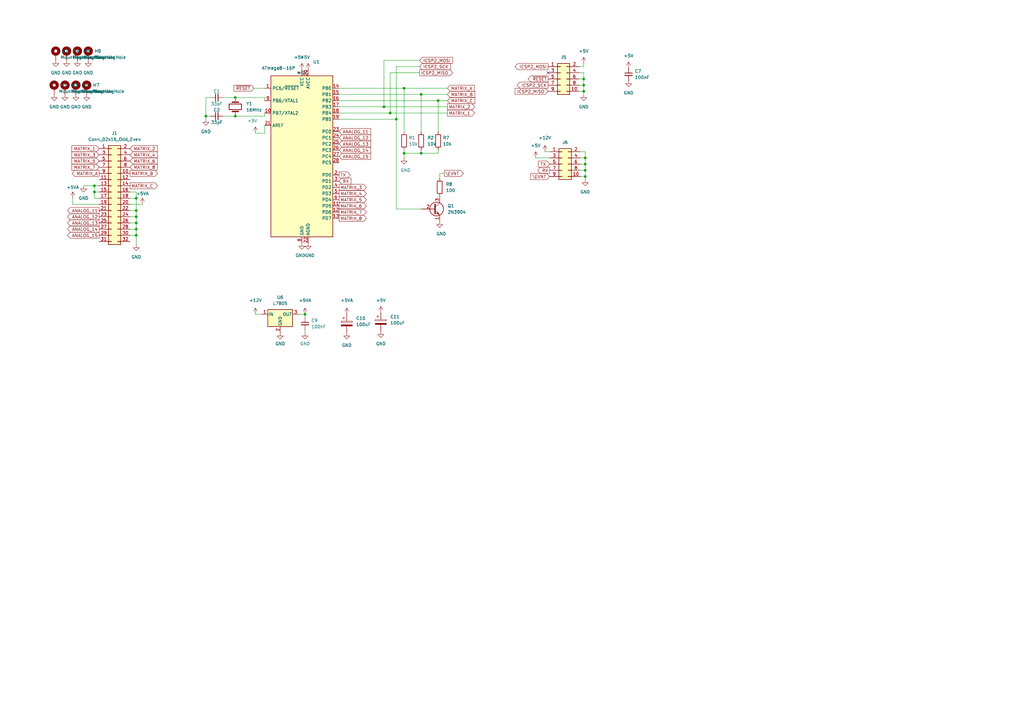
<source format=kicad_sch>
(kicad_sch (version 20230121) (generator eeschema)
  (paper "A3")
  (lib_symbols
    (symbol "Connector_Generic:Conn_02x05_Odd_Even" (pin_names (offset 1.016) hide)
      (property "Reference" "J" (at 1.27 7.62 0))
      (property "Value" "Conn_02x05_Odd_Even" (at 1.27 -7.62 0))
      (symbol "Conn_02x05_Odd_Even_1_1"
        (rectangle (start -1.27 -4.953) (end 0 -5.207) (stroke (width 0.1524)))
        (rectangle (start -1.27 -2.413) (end 0 -2.667) (stroke (width 0.1524)))
        (rectangle (start -1.27 0.127) (end 0 -0.127) (stroke (width 0.1524)))
        (rectangle (start -1.27 2.667) (end 0 2.413) (stroke (width 0.1524)))
        (rectangle (start -1.27 5.207) (end 0 4.953) (stroke (width 0.1524)))
        (rectangle (start -1.27 6.35) (end 3.81 -6.35) (stroke (width 0.254)) (fill (type background)))
        (rectangle (start 3.81 -4.953) (end 2.54 -5.207) (stroke (width 0.1524)))
        (rectangle (start 3.81 -2.413) (end 2.54 -2.667) (stroke (width 0.1524)))
        (rectangle (start 3.81 0.127) (end 2.54 -0.127) (stroke (width 0.1524)))
        (rectangle (start 3.81 2.667) (end 2.54 2.413) (stroke (width 0.1524)))
        (rectangle (start 3.81 5.207) (end 2.54 4.953) (stroke (width 0.1524)))
        (pin passive line (at -5.08 5.08 0) (length 3.81) (name "Pin_1") (number "1"))
        (pin passive line (at 7.62 -5.08 180) (length 3.81) (name "Pin_10") (number "10"))
        (pin passive line (at 7.62 5.08 180) (length 3.81) (name "Pin_2") (number "2"))
        (pin passive line (at -5.08 2.54 0) (length 3.81) (name "Pin_3") (number "3"))
        (pin passive line (at 7.62 2.54 180) (length 3.81) (name "Pin_4") (number "4"))
        (pin passive line (at -5.08 0 0) (length 3.81) (name "Pin_5") (number "5"))
        (pin passive line (at 7.62 0 180) (length 3.81) (name "Pin_6") (number "6"))
        (pin passive line (at -5.08 -2.54 0) (length 3.81) (name "Pin_7") (number "7"))
        (pin passive line (at 7.62 -2.54 180) (length 3.81) (name "Pin_8") (number "8"))
        (pin passive line (at -5.08 -5.08 0) (length 3.81) (name "Pin_9") (number "9"))
      )
    )
    (symbol "Connector_Generic:Conn_02x16_Odd_Even" (pin_names (offset 1.016) hide)
      (property "Reference" "J" (at 1.27 20.32 0))
      (property "Value" "Conn_02x16_Odd_Even" (at 1.27 -22.86 0))
      (symbol "Conn_02x16_Odd_Even_1_1"
        (rectangle (start -1.27 -20.193) (end 0 -20.447) (stroke (width 0.1524)))
        (rectangle (start -1.27 -17.653) (end 0 -17.907) (stroke (width 0.1524)))
        (rectangle (start -1.27 -15.113) (end 0 -15.367) (stroke (width 0.1524)))
        (rectangle (start -1.27 -12.573) (end 0 -12.827) (stroke (width 0.1524)))
        (rectangle (start -1.27 -10.033) (end 0 -10.287) (stroke (width 0.1524)))
        (rectangle (start -1.27 -7.493) (end 0 -7.747) (stroke (width 0.1524)))
        (rectangle (start -1.27 -4.953) (end 0 -5.207) (stroke (width 0.1524)))
        (rectangle (start -1.27 -2.413) (end 0 -2.667) (stroke (width 0.1524)))
        (rectangle (start -1.27 0.127) (end 0 -0.127) (stroke (width 0.1524)))
        (rectangle (start -1.27 2.667) (end 0 2.413) (stroke (width 0.1524)))
        (rectangle (start -1.27 5.207) (end 0 4.953) (stroke (width 0.1524)))
        (rectangle (start -1.27 7.747) (end 0 7.493) (stroke (width 0.1524)))
        (rectangle (start -1.27 10.287) (end 0 10.033) (stroke (width 0.1524)))
        (rectangle (start -1.27 12.827) (end 0 12.573) (stroke (width 0.1524)))
        (rectangle (start -1.27 15.367) (end 0 15.113) (stroke (width 0.1524)))
        (rectangle (start -1.27 17.907) (end 0 17.653) (stroke (width 0.1524)))
        (rectangle (start -1.27 19.05) (end 3.81 -21.59) (stroke (width 0.254)) (fill (type background)))
        (rectangle (start 3.81 -20.193) (end 2.54 -20.447) (stroke (width 0.1524)))
        (rectangle (start 3.81 -17.653) (end 2.54 -17.907) (stroke (width 0.1524)))
        (rectangle (start 3.81 -15.113) (end 2.54 -15.367) (stroke (width 0.1524)))
        (rectangle (start 3.81 -12.573) (end 2.54 -12.827) (stroke (width 0.1524)))
        (rectangle (start 3.81 -10.033) (end 2.54 -10.287) (stroke (width 0.1524)))
        (rectangle (start 3.81 -7.493) (end 2.54 -7.747) (stroke (width 0.1524)))
        (rectangle (start 3.81 -4.953) (end 2.54 -5.207) (stroke (width 0.1524)))
        (rectangle (start 3.81 -2.413) (end 2.54 -2.667) (stroke (width 0.1524)))
        (rectangle (start 3.81 0.127) (end 2.54 -0.127) (stroke (width 0.1524)))
        (rectangle (start 3.81 2.667) (end 2.54 2.413) (stroke (width 0.1524)))
        (rectangle (start 3.81 5.207) (end 2.54 4.953) (stroke (width 0.1524)))
        (rectangle (start 3.81 7.747) (end 2.54 7.493) (stroke (width 0.1524)))
        (rectangle (start 3.81 10.287) (end 2.54 10.033) (stroke (width 0.1524)))
        (rectangle (start 3.81 12.827) (end 2.54 12.573) (stroke (width 0.1524)))
        (rectangle (start 3.81 15.367) (end 2.54 15.113) (stroke (width 0.1524)))
        (rectangle (start 3.81 17.907) (end 2.54 17.653) (stroke (width 0.1524)))
        (pin passive line (at -5.08 17.78 0) (length 3.81) (name "Pin_1") (number "1"))
        (pin passive line (at 7.62 7.62 180) (length 3.81) (name "Pin_10") (number "10"))
        (pin passive line (at -5.08 5.08 0) (length 3.81) (name "Pin_11") (number "11"))
        (pin passive line (at 7.62 5.08 180) (length 3.81) (name "Pin_12") (number "12"))
        (pin passive line (at -5.08 2.54 0) (length 3.81) (name "Pin_13") (number "13"))
        (pin passive line (at 7.62 2.54 180) (length 3.81) (name "Pin_14") (number "14"))
        (pin passive line (at -5.08 0 0) (length 3.81) (name "Pin_15") (number "15"))
        (pin passive line (at 7.62 0 180) (length 3.81) (name "Pin_16") (number "16"))
        (pin passive line (at -5.08 -2.54 0) (length 3.81) (name "Pin_17") (number "17"))
        (pin passive line (at 7.62 -2.54 180) (length 3.81) (name "Pin_18") (number "18"))
        (pin passive line (at -5.08 -5.08 0) (length 3.81) (name "Pin_19") (number "19"))
        (pin passive line (at 7.62 17.78 180) (length 3.81) (name "Pin_2") (number "2"))
        (pin passive line (at 7.62 -5.08 180) (length 3.81) (name "Pin_20") (number "20"))
        (pin passive line (at -5.08 -7.62 0) (length 3.81) (name "Pin_21") (number "21"))
        (pin passive line (at 7.62 -7.62 180) (length 3.81) (name "Pin_22") (number "22"))
        (pin passive line (at -5.08 -10.16 0) (length 3.81) (name "Pin_23") (number "23"))
        (pin passive line (at 7.62 -10.16 180) (length 3.81) (name "Pin_24") (number "24"))
        (pin passive line (at -5.08 -12.7 0) (length 3.81) (name "Pin_25") (number "25"))
        (pin passive line (at 7.62 -12.7 180) (length 3.81) (name "Pin_26") (number "26"))
        (pin passive line (at -5.08 -15.24 0) (length 3.81) (name "Pin_27") (number "27"))
        (pin passive line (at 7.62 -15.24 180) (length 3.81) (name "Pin_28") (number "28"))
        (pin passive line (at -5.08 -17.78 0) (length 3.81) (name "Pin_29") (number "29"))
        (pin passive line (at -5.08 15.24 0) (length 3.81) (name "Pin_3") (number "3"))
        (pin passive line (at 7.62 -17.78 180) (length 3.81) (name "Pin_30") (number "30"))
        (pin passive line (at -5.08 -20.32 0) (length 3.81) (name "Pin_31") (number "31"))
        (pin passive line (at 7.62 -20.32 180) (length 3.81) (name "Pin_32") (number "32"))
        (pin passive line (at 7.62 15.24 180) (length 3.81) (name "Pin_4") (number "4"))
        (pin passive line (at -5.08 12.7 0) (length 3.81) (name "Pin_5") (number "5"))
        (pin passive line (at 7.62 12.7 180) (length 3.81) (name "Pin_6") (number "6"))
        (pin passive line (at -5.08 10.16 0) (length 3.81) (name "Pin_7") (number "7"))
        (pin passive line (at 7.62 10.16 180) (length 3.81) (name "Pin_8") (number "8"))
        (pin passive line (at -5.08 7.62 0) (length 3.81) (name "Pin_9") (number "9"))
      )
    )
    (symbol "Device:C_Polarized" (pin_numbers hide) (pin_names (offset 0.254))
      (property "Reference" "C" (at 0.635 2.54 0))
      (property "Value" "C_Polarized" (at 0.635 -2.54 0))
      (symbol "C_Polarized_0_1"
        (rectangle (start -2.286 0.508) (end 2.286 1.016))
        (polyline (pts (xy -1.778 2.286) (xy -0.762 2.286)))
        (polyline (pts (xy -1.27 2.794) (xy -1.27 1.778)))
        (rectangle (start 2.286 -0.508) (end -2.286 -1.016) (fill (type outline)))
      )
      (symbol "C_Polarized_1_1"
        (pin passive line (at 0 3.81 270) (length 2.794) (name "~") (number "1"))
        (pin passive line (at 0 -3.81 90) (length 2.794) (name "~") (number "2"))
      )
    )
    (symbol "Device:C_Small" (pin_numbers hide) (pin_names (offset 0.254) hide)
      (property "Reference" "C" (at 0.254 1.778 0))
      (property "Value" "C_Small" (at 0.254 -2.032 0))
      (symbol "C_Small_0_1"
        (polyline (pts (xy -1.524 -0.508) (xy 1.524 -0.508)) (stroke (width 0.3302)))
        (polyline (pts (xy -1.524 0.508) (xy 1.524 0.508)) (stroke (width 0.3048)))
      )
      (symbol "C_Small_1_1"
        (pin passive line (at 0 2.54 270) (length 2.032) (name "~") (number "1"))
        (pin passive line (at 0 -2.54 90) (length 2.032) (name "~") (number "2"))
      )
    )
    (symbol "Device:Crystal" (pin_numbers hide) (pin_names (offset 1.016) hide)
      (property "Reference" "Y" (at 0 3.81 0))
      (property "Value" "Crystal" (at 0 -3.81 0))
      (symbol "Crystal_0_1"
        (rectangle (start -1.143 2.54) (end 1.143 -2.54) (stroke (width 0.3048)))
        (polyline (pts (xy -2.54 0) (xy -1.905 0)))
        (polyline (pts (xy -1.905 -1.27) (xy -1.905 1.27)) (stroke (width 0.508)))
        (polyline (pts (xy 1.905 -1.27) (xy 1.905 1.27)) (stroke (width 0.508)))
        (polyline (pts (xy 2.54 0) (xy 1.905 0)))
      )
      (symbol "Crystal_1_1"
        (pin passive line (at -3.81 0 0) (length 1.27) (name "1") (number "1"))
        (pin passive line (at 3.81 0 180) (length 1.27) (name "2") (number "2"))
      )
    )
    (symbol "Device:R" (pin_numbers hide) (pin_names (offset 0))
      (property "Reference" "R" (at 2.032 0 90))
      (property "Value" "R" (at 0 0 90))
      (symbol "R_0_1"
        (rectangle (start -1.016 -2.54) (end 1.016 2.54) (stroke (width 0.254)))
      )
      (symbol "R_1_1"
        (pin passive line (at 0 3.81 270) (length 1.27) (name "~") (number "1"))
        (pin passive line (at 0 -3.81 90) (length 1.27) (name "~") (number "2"))
      )
    )
    (symbol "MCU_Microchip_ATmega:ATmega8-16P"
      (property "Reference" "U" (at -12.7 34.29 0))
      (property "Value" "ATmega8-16P" (at 5.08 -34.29 0))
      (symbol "ATmega8-16P_0_1"
        (rectangle (start -12.7 -33.02) (end 12.7 33.02) (stroke (width 0.254)) (fill (type background)))
      )
      (symbol "ATmega8-16P_1_1"
        (pin bidirectional line (at -15.24 27.94 0) (length 2.54) (name "PC6/~{RESET}") (number "1"))
        (pin bidirectional line (at -15.24 17.78 0) (length 2.54) (name "PB7/XTAL2") (number "10"))
        (pin bidirectional line (at 15.24 -20.32 180) (length 2.54) (name "PD5") (number "11"))
        (pin bidirectional line (at 15.24 -22.86 180) (length 2.54) (name "PD6") (number "12"))
        (pin bidirectional line (at 15.24 -25.4 180) (length 2.54) (name "PD7") (number "13"))
        (pin bidirectional line (at 15.24 27.94 180) (length 2.54) (name "PB0") (number "14"))
        (pin bidirectional line (at 15.24 25.4 180) (length 2.54) (name "PB1") (number "15"))
        (pin bidirectional line (at 15.24 22.86 180) (length 2.54) (name "PB2") (number "16"))
        (pin bidirectional line (at 15.24 20.32 180) (length 2.54) (name "PB3") (number "17"))
        (pin bidirectional line (at 15.24 17.78 180) (length 2.54) (name "PB4") (number "18"))
        (pin bidirectional line (at 15.24 15.24 180) (length 2.54) (name "PB5") (number "19"))
        (pin bidirectional line (at 15.24 -7.62 180) (length 2.54) (name "PD0") (number "2"))
        (pin power_in line (at 2.54 35.56 270) (length 2.54) (name "AVCC") (number "20"))
        (pin passive line (at -15.24 12.7 0) (length 2.54) (name "AREF") (number "21"))
        (pin power_in line (at 2.54 -35.56 90) (length 2.54) (name "AGND") (number "22"))
        (pin bidirectional line (at 15.24 10.16 180) (length 2.54) (name "PC0") (number "23"))
        (pin bidirectional line (at 15.24 7.62 180) (length 2.54) (name "PC1") (number "24"))
        (pin bidirectional line (at 15.24 5.08 180) (length 2.54) (name "PC2") (number "25"))
        (pin bidirectional line (at 15.24 2.54 180) (length 2.54) (name "PC3") (number "26"))
        (pin bidirectional line (at 15.24 0 180) (length 2.54) (name "PC4") (number "27"))
        (pin bidirectional line (at 15.24 -2.54 180) (length 2.54) (name "PC5") (number "28"))
        (pin bidirectional line (at 15.24 -10.16 180) (length 2.54) (name "PD1") (number "3"))
        (pin bidirectional line (at 15.24 -12.7 180) (length 2.54) (name "PD2") (number "4"))
        (pin bidirectional line (at 15.24 -15.24 180) (length 2.54) (name "PD3") (number "5"))
        (pin bidirectional line (at 15.24 -17.78 180) (length 2.54) (name "PD4") (number "6"))
        (pin power_in line (at 0 35.56 270) (length 2.54) (name "VCC") (number "7"))
        (pin power_in line (at 0 -35.56 90) (length 2.54) (name "GND") (number "8"))
        (pin bidirectional line (at -15.24 22.86 0) (length 2.54) (name "PB6/XTAL1") (number "9"))
      )
    )
    (symbol "Mechanical:MountingHole_Pad" (pin_numbers hide) (pin_names (offset 1.016) hide)
      (property "Reference" "H" (at 0 6.35 0))
      (property "Value" "MountingHole_Pad" (at 0 4.445 0))
      (symbol "MountingHole_Pad_0_1"
        (circle (center 0 1.27) (radius 1.27) (stroke (width 1.27)))
      )
      (symbol "MountingHole_Pad_1_1"
        (pin input line (at 0 -2.54 90) (length 2.54) (name "1") (number "1"))
      )
    )
    (symbol "Regulator_Linear:L7805" (pin_names (offset 0.254))
      (property "Reference" "U" (at -3.81 3.175 0))
      (property "Value" "L7805" (at 0 3.175 0))
      (symbol "L7805_0_1"
        (rectangle (start -5.08 1.905) (end 5.08 -5.08) (stroke (width 0.254)) (fill (type background)))
      )
      (symbol "L7805_1_1"
        (pin power_in line (at -7.62 0 0) (length 2.54) (name "IN") (number "1"))
        (pin power_in line (at 0 -7.62 90) (length 2.54) (name "GND") (number "2"))
        (pin power_out line (at 7.62 0 180) (length 2.54) (name "OUT") (number "3"))
      )
    )
    (symbol "Transistor_BJT:2N3904" (pin_names (offset 0) hide)
      (property "Reference" "Q" (at 5.08 1.905 0))
      (property "Value" "2N3904" (at 5.08 0 0))
      (symbol "2N3904_0_1"
        (polyline (pts (xy 0.635 0.635) (xy 2.54 2.54)))
        (polyline (pts (xy 0.635 -0.635) (xy 2.54 -2.54) (xy 2.54 -2.54)))
        (polyline (pts (xy 0.635 1.905) (xy 0.635 -1.905) (xy 0.635 -1.905)) (stroke (width 0.508)))
        (polyline (pts (xy 1.27 -1.778) (xy 1.778 -1.27) (xy 2.286 -2.286) (xy 1.27 -1.778) (xy 1.27 -1.778)) (fill (type outline)))
        (circle (center 1.27 0) (radius 2.8194) (stroke (width 0.254)))
      )
      (symbol "2N3904_1_1"
        (pin passive line (at 2.54 -5.08 90) (length 2.54) (name "E") (number "1"))
        (pin passive line (at -5.08 0 0) (length 5.715) (name "B") (number "2"))
        (pin passive line (at 2.54 5.08 270) (length 2.54) (name "C") (number "3"))
      )
    )
    (symbol "power:+12V" (power) (pin_names (offset 0))
      (property "Value" "+12V" (at 0 3.556 0))
      (symbol "+12V_0_1"
        (polyline (pts (xy -0.762 1.27) (xy 0 2.54)))
        (polyline (pts (xy 0 0) (xy 0 2.54)))
        (polyline (pts (xy 0 2.54) (xy 0.762 1.27)))
      )
      (symbol "+12V_1_1"
        (pin power_in line (at 0 0 90) (length 0) hide (name "+12V") (number "1"))
      )
    )
    (symbol "power:+5V" (power) (pin_names (offset 0))
      (property "Value" "+5V" (at 0 3.556 0))
      (symbol "+5V_0_1"
        (polyline (pts (xy -0.762 1.27) (xy 0 2.54)))
        (polyline (pts (xy 0 0) (xy 0 2.54)))
        (polyline (pts (xy 0 2.54) (xy 0.762 1.27)))
      )
      (symbol "+5V_1_1"
        (pin power_in line (at 0 0 90) (length 0) hide (name "+5V") (number "1"))
      )
    )
    (symbol "power:+5VA" (power) (pin_names (offset 0))
      (property "Value" "+5VA" (at 0 3.556 0))
      (symbol "+5VA_0_1"
        (polyline (pts (xy -0.762 1.27) (xy 0 2.54)))
        (polyline (pts (xy 0 0) (xy 0 2.54)))
        (polyline (pts (xy 0 2.54) (xy 0.762 1.27)))
      )
      (symbol "+5VA_1_1"
        (pin power_in line (at 0 0 90) (length 0) hide (name "+5VA") (number "1"))
      )
    )
    (symbol "power:GND" (power) (pin_names (offset 0))
      (property "Value" "GND" (at 0 -3.81 0))
      (symbol "GND_0_1"
        (polyline (pts (xy 0 0) (xy 0 -1.27) (xy 1.27 -1.27) (xy 0 -2.54) (xy -1.27 -1.27) (xy 0 -1.27)))
      )
      (symbol "GND_1_1"
        (pin power_in line (at 0 0 270) (length 0) hide (name "GND") (number "1"))
      )
    )
  )
  (junction (at 84.455 47.625))
  (junction (at 240.03 72.39))
  (junction (at 172.72 38.735))
  (junction (at 165.735 36.195))
  (junction (at 172.72 62.865))
  (junction (at 55.88 88.9))
  (junction (at 240.03 67.31))
  (junction (at 239.395 34.925))
  (junction (at 239.395 32.385))
  (junction (at 96.52 40.005))
  (junction (at 125.095 128.905))
  (junction (at 160.02 46.355))
  (junction (at 55.88 81.28))
  (junction (at 96.52 47.625))
  (junction (at 38.735 78.74))
  (junction (at 157.48 43.815))
  (junction (at 55.88 86.36))
  (junction (at 165.735 62.865))
  (junction (at 239.395 37.465))
  (junction (at 55.88 93.98))
  (junction (at 38.735 76.2))
  (junction (at 179.705 41.275))
  (junction (at 240.03 64.77))
  (junction (at 240.03 69.85))
  (junction (at 55.88 91.44))
  (junction (at 55.88 96.52))
  (junction (at 162.56 48.895))
  (no_connect (at 224.79 29.845))
  (wire (pts (xy 96.52 47.625) (xy 108.585 47.625)))
  (wire (pts (xy 104.775 54.61) (xy 108.585 54.61)))
  (wire (pts (xy 55.88 86.36) (xy 55.88 88.9)))
  (wire (pts (xy 40.64 76.2) (xy 38.735 76.2)))
  (wire (pts (xy 55.88 93.98) (xy 55.88 96.52)))
  (wire (pts (xy 179.705 41.275) (xy 179.705 53.975)))
  (wire (pts (xy 237.49 37.465) (xy 239.395 37.465)))
  (wire (pts (xy 84.455 40.005) (xy 86.36 40.005)))
  (wire (pts (xy 38.735 81.28) (xy 38.735 78.74)))
  (wire (pts (xy 239.395 34.925) (xy 239.395 37.465)))
  (wire (pts (xy 40.64 78.74) (xy 38.735 78.74)))
  (wire (pts (xy 53.34 83.82) (xy 58.42 83.82)))
  (wire (pts (xy 53.34 88.9) (xy 55.88 88.9)))
  (wire (pts (xy 172.72 38.735) (xy 172.72 53.975)))
  (wire (pts (xy 53.34 86.36) (xy 55.88 86.36)))
  (wire (pts (xy 38.735 76.2) (xy 34.29 76.2)))
  (wire (pts (xy 240.03 64.77) (xy 240.03 67.31)))
  (wire (pts (xy 239.395 37.465) (xy 239.395 38.735)))
  (wire (pts (xy 225.425 62.23) (xy 223.52 62.23)))
  (wire (pts (xy 160.02 46.355) (xy 183.515 46.355)))
  (wire (pts (xy 165.735 62.865) (xy 172.72 62.865)))
  (wire (pts (xy 240.03 62.23) (xy 240.03 64.77)))
  (wire (pts (xy 108.585 54.61) (xy 108.585 51.435)))
  (wire (pts (xy 157.48 24.765) (xy 172.085 24.765)))
  (wire (pts (xy 108.585 47.625) (xy 108.585 46.355)))
  (wire (pts (xy 238.125 62.23) (xy 240.03 62.23)))
  (wire (pts (xy 172.72 38.735) (xy 139.065 38.735)))
  (wire (pts (xy 157.48 43.815) (xy 183.515 43.815)))
  (wire (pts (xy 104.775 128.905) (xy 107.315 128.905)))
  (wire (pts (xy 237.49 27.305) (xy 239.395 27.305)))
  (wire (pts (xy 165.735 36.195) (xy 165.735 53.975)))
  (wire (pts (xy 162.56 27.305) (xy 172.085 27.305)))
  (wire (pts (xy 240.03 72.39) (xy 240.03 73.66)))
  (wire (pts (xy 180.34 71.12) (xy 182.245 71.12)))
  (wire (pts (xy 84.455 48.895) (xy 84.455 47.625)))
  (wire (pts (xy 53.34 96.52) (xy 55.88 96.52)))
  (wire (pts (xy 53.34 91.44) (xy 55.88 91.44)))
  (wire (pts (xy 183.515 41.275) (xy 179.705 41.275)))
  (wire (pts (xy 53.34 81.28) (xy 55.88 81.28)))
  (wire (pts (xy 237.49 29.845) (xy 239.395 29.845)))
  (wire (pts (xy 108.585 40.005) (xy 108.585 41.275)))
  (wire (pts (xy 38.735 78.74) (xy 38.735 76.2)))
  (wire (pts (xy 160.02 29.845) (xy 172.085 29.845)))
  (wire (pts (xy 162.56 48.895) (xy 139.065 48.895)))
  (wire (pts (xy 239.395 29.845) (xy 239.395 32.385)))
  (wire (pts (xy 172.72 62.865) (xy 179.705 62.865)))
  (wire (pts (xy 53.34 93.98) (xy 55.88 93.98)))
  (wire (pts (xy 157.48 43.815) (xy 139.065 43.815)))
  (wire (pts (xy 179.705 62.865) (xy 179.705 61.595)))
  (wire (pts (xy 238.125 67.31) (xy 240.03 67.31)))
  (wire (pts (xy 239.395 32.385) (xy 239.395 34.925)))
  (wire (pts (xy 162.56 48.895) (xy 162.56 27.305)))
  (wire (pts (xy 125.095 130.175) (xy 125.095 128.905)))
  (wire (pts (xy 55.88 81.28) (xy 55.88 78.74)))
  (wire (pts (xy 183.515 36.195) (xy 165.735 36.195)))
  (wire (pts (xy 183.515 38.735) (xy 172.72 38.735)))
  (wire (pts (xy 91.44 40.005) (xy 96.52 40.005)))
  (wire (pts (xy 172.72 62.865) (xy 172.72 61.595)))
  (wire (pts (xy 240.03 67.31) (xy 240.03 69.85)))
  (wire (pts (xy 165.735 64.77) (xy 165.735 62.865)))
  (wire (pts (xy 125.095 136.525) (xy 125.095 135.255)))
  (wire (pts (xy 160.02 46.355) (xy 160.02 29.845)))
  (wire (pts (xy 219.71 64.77) (xy 225.425 64.77)))
  (wire (pts (xy 162.56 48.895) (xy 162.56 85.725)))
  (wire (pts (xy 239.395 27.305) (xy 239.395 26.035)))
  (wire (pts (xy 179.705 41.275) (xy 139.065 41.275)))
  (wire (pts (xy 55.88 96.52) (xy 55.88 100.33)))
  (wire (pts (xy 238.125 69.85) (xy 240.03 69.85)))
  (wire (pts (xy 29.845 83.82) (xy 29.845 81.28)))
  (wire (pts (xy 84.455 47.625) (xy 84.455 40.005)))
  (wire (pts (xy 157.48 43.815) (xy 157.48 24.765)))
  (wire (pts (xy 238.125 72.39) (xy 240.03 72.39)))
  (wire (pts (xy 55.88 88.9) (xy 55.88 91.44)))
  (wire (pts (xy 165.735 62.865) (xy 165.735 61.595)))
  (wire (pts (xy 53.34 78.74) (xy 55.88 78.74)))
  (wire (pts (xy 238.125 64.77) (xy 240.03 64.77)))
  (wire (pts (xy 40.64 83.82) (xy 29.845 83.82)))
  (wire (pts (xy 162.56 85.725) (xy 172.72 85.725)))
  (wire (pts (xy 180.34 73.025) (xy 180.34 71.12)))
  (wire (pts (xy 55.88 86.36) (xy 55.88 81.28)))
  (wire (pts (xy 91.44 47.625) (xy 96.52 47.625)))
  (wire (pts (xy 240.03 69.85) (xy 240.03 72.39)))
  (wire (pts (xy 160.02 46.355) (xy 139.065 46.355)))
  (wire (pts (xy 55.88 91.44) (xy 55.88 93.98)))
  (wire (pts (xy 104.14 36.195) (xy 108.585 36.195)))
  (wire (pts (xy 40.64 81.28) (xy 38.735 81.28)))
  (wire (pts (xy 84.455 47.625) (xy 86.36 47.625)))
  (wire (pts (xy 96.52 40.005) (xy 108.585 40.005)))
  (wire (pts (xy 237.49 34.925) (xy 239.395 34.925)))
  (wire (pts (xy 125.095 128.905) (xy 122.555 128.905)))
  (wire (pts (xy 165.735 36.195) (xy 139.065 36.195)))
  (wire (pts (xy 237.49 32.385) (xy 239.395 32.385)))
  (global_label "MATRIX_7" (shape output) (at 139.065 86.995 0) (property "Intersheetrefs" "${INTERSHEET_REFS}" (effects hide)))
  (global_label "MATRIX_8" (shape output) (at 139.065 89.535 0) (property "Intersheetrefs" "${INTERSHEET_REFS}" (effects hide)))
  (global_label "MATRIX_B" (shape output) (at 53.34 71.12 0) (property "Intersheetrefs" "${INTERSHEET_REFS}" (effects hide)))
  (global_label "\\EVNT" (shape output) (at 182.245 71.12 0) (property "Intersheetrefs" "${INTERSHEET_REFS}" (effects hide)))
  (global_label "ICSP2_MISO" (shape output) (at 172.085 29.845 0) (property "Intersheetrefs" "${INTERSHEET_REFS}" (effects hide)))
  (global_label "ANALOG_15" (shape input) (at 139.065 64.135 0) (property "Intersheetrefs" "${INTERSHEET_REFS}" (effects hide)))
  (global_label "ICSP2_MOSI" (shape input) (at 172.085 24.765 0) (property "Intersheetrefs" "${INTERSHEET_REFS}" (effects hide)))
  (global_label "TX" (shape input) (at 225.425 67.31 180) (property "Intersheetrefs" "${INTERSHEET_REFS}" (effects hide)))
  (global_label "ICSP2_MOSI" (shape output) (at 224.79 27.305 180) (property "Intersheetrefs" "${INTERSHEET_REFS}" (effects hide)))
  (global_label "MATRIX_4" (shape input) (at 53.34 63.5 0) (property "Intersheetrefs" "${INTERSHEET_REFS}" (effects hide)))
  (global_label "MATRIX_1" (shape input) (at 40.64 60.96 180) (property "Intersheetrefs" "${INTERSHEET_REFS}" (effects hide)))
  (global_label "ICSP2_SCK" (shape input) (at 172.085 27.305 0) (property "Intersheetrefs" "${INTERSHEET_REFS}" (effects hide)))
  (global_label "MATRIX_A" (shape output) (at 40.64 71.12 180) (property "Intersheetrefs" "${INTERSHEET_REFS}" (effects hide)))
  (global_label "MATRIX_5" (shape output) (at 139.065 81.915 0) (property "Intersheetrefs" "${INTERSHEET_REFS}" (effects hide)))
  (global_label "ANALOG_15" (shape output) (at 40.64 96.52 180) (property "Intersheetrefs" "${INTERSHEET_REFS}" (effects hide)))
  (global_label "~{RESET}" (shape output) (at 224.79 32.385 180) (property "Intersheetrefs" "${INTERSHEET_REFS}" (effects hide)))
  (global_label "ANALOG_13" (shape output) (at 40.64 91.44 180) (property "Intersheetrefs" "${INTERSHEET_REFS}" (effects hide)))
  (global_label "ANALOG_11" (shape input) (at 139.065 53.975 0) (property "Intersheetrefs" "${INTERSHEET_REFS}" (effects hide)))
  (global_label "MATRIX_4" (shape output) (at 139.065 79.375 0) (property "Intersheetrefs" "${INTERSHEET_REFS}" (effects hide)))
  (global_label "ICSP2_MISO" (shape input) (at 224.79 37.465 180) (property "Intersheetrefs" "${INTERSHEET_REFS}" (effects hide)))
  (global_label "RX" (shape input) (at 139.065 74.295 0) (property "Intersheetrefs" "${INTERSHEET_REFS}" (effects hide)))
  (global_label "MATRIX_1" (shape output) (at 183.515 46.355 0) (property "Intersheetrefs" "${INTERSHEET_REFS}" (effects hide)))
  (global_label "MATRIX_8" (shape input) (at 53.34 68.58 0) (property "Intersheetrefs" "${INTERSHEET_REFS}" (effects hide)))
  (global_label "~{RESET}" (shape input) (at 104.14 36.195 180) (property "Intersheetrefs" "${INTERSHEET_REFS}" (effects hide)))
  (global_label "MATRIX_2" (shape input) (at 53.34 60.96 0) (property "Intersheetrefs" "${INTERSHEET_REFS}" (effects hide)))
  (global_label "MATRIX_C" (shape output) (at 53.34 76.2 0) (property "Intersheetrefs" "${INTERSHEET_REFS}" (effects hide)))
  (global_label "\\EVNT" (shape input) (at 225.425 72.39 180) (property "Intersheetrefs" "${INTERSHEET_REFS}" (effects hide)))
  (global_label "MATRIX_2" (shape output) (at 183.515 43.815 0) (property "Intersheetrefs" "${INTERSHEET_REFS}" (effects hide)))
  (global_label "MATRIX_6" (shape input) (at 53.34 66.04 0) (property "Intersheetrefs" "${INTERSHEET_REFS}" (effects hide)))
  (global_label "MATRIX_5" (shape input) (at 40.64 66.04 180) (property "Intersheetrefs" "${INTERSHEET_REFS}" (effects hide)))
  (global_label "MATRIX_C" (shape input) (at 183.515 41.275 0) (property "Intersheetrefs" "${INTERSHEET_REFS}" (effects hide)))
  (global_label "ICSP2_SCK" (shape output) (at 224.79 34.925 180) (property "Intersheetrefs" "${INTERSHEET_REFS}" (effects hide)))
  (global_label "MATRIX_3" (shape input) (at 40.64 63.5 180) (property "Intersheetrefs" "${INTERSHEET_REFS}" (effects hide)))
  (global_label "RX" (shape output) (at 225.425 69.85 180) (property "Intersheetrefs" "${INTERSHEET_REFS}" (effects hide)))
  (global_label "MATRIX_B" (shape input) (at 183.515 38.735 0) (property "Intersheetrefs" "${INTERSHEET_REFS}" (effects hide)))
  (global_label "ANALOG_13" (shape input) (at 139.065 59.055 0) (property "Intersheetrefs" "${INTERSHEET_REFS}" (effects hide)))
  (global_label "MATRIX_6" (shape output) (at 139.065 84.455 0) (property "Intersheetrefs" "${INTERSHEET_REFS}" (effects hide)))
  (global_label "ANALOG_12" (shape output) (at 40.64 88.9 180) (property "Intersheetrefs" "${INTERSHEET_REFS}" (effects hide)))
  (global_label "MATRIX_3" (shape output) (at 139.065 76.835 0) (property "Intersheetrefs" "${INTERSHEET_REFS}" (effects hide)))
  (global_label "ANALOG_11" (shape output) (at 40.64 86.36 180) (property "Intersheetrefs" "${INTERSHEET_REFS}" (effects hide)))
  (global_label "ANALOG_12" (shape input) (at 139.065 56.515 0) (property "Intersheetrefs" "${INTERSHEET_REFS}" (effects hide)))
  (global_label "ANALOG_14" (shape output) (at 40.64 93.98 180) (property "Intersheetrefs" "${INTERSHEET_REFS}" (effects hide)))
  (global_label "MATRIX_7" (shape input) (at 40.64 68.58 180) (property "Intersheetrefs" "${INTERSHEET_REFS}" (effects hide)))
  (global_label "MATRIX_A" (shape input) (at 183.515 36.195 0) (property "Intersheetrefs" "${INTERSHEET_REFS}" (effects hide)))
  (global_label "TX" (shape output) (at 139.065 71.755 0) (property "Intersheetrefs" "${INTERSHEET_REFS}" (effects hide)))
  (global_label "ANALOG_14" (shape input) (at 139.065 61.595 0) (property "Intersheetrefs" "${INTERSHEET_REFS}" (effects hide)))
  (symbol (lib_id "power:+5V") (at 156.21 128.27 0) (mirror y) (unit 1)
    (property "Reference" "#PWR072" (effects hide))
    (property "Value" "+5V" (at 156.21 123.19 0))
  )
  (symbol (lib_id "power:GND") (at 34.29 76.2 0) (mirror y) (unit 1)
    (property "Reference" "#PWR06" (effects hide))
    (property "Value" "GND" (at 34.29 81.28 0))
  )
  (symbol (lib_id "Device:C_Polarized") (at 156.21 132.08 0) (unit 1)
    (property "Reference" "C11" (at 160.02 129.9209 0) (effects (justify left)))
    (property "Value" "100uF" (at 160.02 132.4609 0) (effects (justify left)))
    (property "Footprint" "Capacitor_THT:CP_Radial_D8.0mm_P2.50mm" (effects hide))
  )
  (symbol (lib_id "power:GND") (at 27.305 24.765 0) (mirror y) (unit 1)
    (property "Reference" "#PWR05" (effects hide))
    (property "Value" "GND" (at 27.305 29.845 0))
  )
  (symbol (lib_id "power:+5V") (at 104.775 54.61 0) (mirror y) (unit 1)
    (property "Reference" "#PWR0102" (effects hide))
    (property "Value" "+5V" (at 103.505 49.53 0))
  )
  (symbol (lib_id "power:GND") (at 257.81 33.02 0) (unit 1)
    (property "Reference" "#PWR047" (effects hide))
    (property "Value" "GND" (at 257.81 38.1 0))
  )
  (symbol (lib_id "power:+5VA") (at 125.095 128.905 0) (unit 1)
    (property "Reference" "#PWR063" (effects hide))
    (property "Value" "+5VA" (at 125.095 123.19 0))
  )
  (symbol (lib_id "Device:R") (at 165.735 57.785 0) (mirror y) (unit 1)
    (property "Reference" "R1" (at 167.64 56.515 0) (effects (justify right)))
    (property "Value" "10k" (at 167.64 59.055 0) (effects (justify right)))
    (property "Footprint" "Resistor_THT:R_Axial_DIN0207_L6.3mm_D2.5mm_P7.62mm_Horizontal" (effects hide))
  )
  (symbol (lib_id "Mechanical:MountingHole_Pad") (at 31.75 22.225 0) (unit 1)
    (property "Reference" "H6" (at 34.29 20.955 0) (effects (justify left)))
    (property "Value" "MountingHole" (at 34.29 23.4949 0) (effects (justify left)))
    (property "Footprint" "MountingHole:MountingHole_3.2mm_M3_DIN965_Pad" (effects hide))
  )
  (symbol (lib_id "Device:R") (at 172.72 57.785 0) (mirror y) (unit 1)
    (property "Reference" "R2" (at 175.26 56.515 0) (effects (justify right)))
    (property "Value" "10k" (at 175.26 59.055 0) (effects (justify right)))
    (property "Footprint" "Resistor_THT:R_Axial_DIN0207_L6.3mm_D2.5mm_P7.62mm_Horizontal" (effects hide))
  )
  (symbol (lib_id "Device:C_Small") (at 257.81 30.48 0) (unit 1)
    (property "Reference" "C7" (at 260.35 29.2162 0) (effects (justify left)))
    (property "Value" "100nF" (at 260.35 31.7562 0) (effects (justify left)))
    (property "Footprint" "Capacitor_THT:C_Rect_L7.0mm_W2.0mm_P5.00mm" (effects hide))
  )
  (symbol (lib_id "Mechanical:MountingHole_Pad") (at 26.67 36.195 0) (unit 1)
    (property "Reference" "H3" (at 29.21 34.9249 0) (effects (justify left)))
    (property "Value" "MountingHole" (at 29.21 37.4649 0) (effects (justify left)))
    (property "Footprint" "MountingHole:MountingHole_3.2mm_M3_DIN965_Pad" (effects hide))
  )
  (symbol (lib_id "Connector_Generic:Conn_02x05_Odd_Even") (at 229.87 32.385 0) (unit 1)
    (property "Reference" "J5" (at 231.14 23.495 0))
    (property "Value" "Conn_02x05_Odd_Even" (effects hide))
    (property "Footprint" "Connector_IDC:IDC-Header_2x05_P2.54mm_Vertical" (effects hide))
  )
  (symbol (lib_id "power:+5V") (at 123.825 28.575 0) (mirror y) (unit 1)
    (property "Reference" "#PWR023" (effects hide))
    (property "Value" "+5V" (at 122.555 23.495 0))
  )
  (symbol (lib_id "Mechanical:MountingHole_Pad") (at 22.225 36.195 0) (unit 1)
    (property "Reference" "H1" (at 24.765 34.9249 0) (effects (justify left)))
    (property "Value" "MountingHole" (at 24.13 37.465 0) (effects (justify left)))
    (property "Footprint" "MountingHole:MountingHole_3.2mm_M3_DIN965_Pad" (effects hide))
  )
  (symbol (lib_id "power:+5V") (at 123.825 34.925 0) (mirror y) (unit 1)
    (property "Reference" "#PWR024" (effects hide))
    (property "Value" "+5V" (at 123.825 29.845 0))
  )
  (symbol (lib_id "power:GND") (at 31.75 24.765 0) (mirror y) (unit 1)
    (property "Reference" "#PWR08" (effects hide))
    (property "Value" "GND" (at 31.75 29.845 0))
  )
  (symbol (lib_id "Mechanical:MountingHole_Pad") (at 35.56 36.195 0) (unit 1)
    (property "Reference" "H7" (at 38.1 34.9249 0) (effects (justify left)))
    (property "Value" "MountingHole" (at 38.1 37.4649 0) (effects (justify left)))
    (property "Footprint" "MountingHole:MountingHole_3.2mm_M3_DIN965_Pad" (effects hide))
  )
  (symbol (lib_id "power:GND") (at 31.115 38.735 0) (mirror y) (unit 1)
    (property "Reference" "#PWR07" (effects hide))
    (property "Value" "GND" (at 31.115 43.815 0))
  )
  (symbol (lib_id "power:GND") (at 114.935 136.525 0) (unit 1)
    (property "Reference" "#PWR062" (effects hide))
    (property "Value" "GND" (at 114.935 140.97 0))
  )
  (symbol (lib_id "MCU_Microchip_ATmega:ATmega8-16P") (at 123.825 64.135 0) (unit 1)
    (property "Reference" "U1" (at 128.3844 25.4 0) (effects (justify left)))
    (property "Value" "ATmega8-16P" (at 107.315 27.94 0) (effects (justify left)))
    (property "Footprint" "Package_DIP:DIP-28_W7.62mm_LongPads" (effects hide))
    (property "Datasheet" "http://ww1.microchip.com/downloads/en/DeviceDoc/atmel-2486-8-bit-avr-microcontroller-atmega8_l_datasheet.pdf" (effects hide))
  )
  (symbol (lib_id "Device:Crystal") (at 96.52 43.815 90) (unit 1)
    (property "Reference" "Y1" (at 100.965 42.5449 90) (effects (justify right)))
    (property "Value" "16MHz" (at 100.965 45.0849 90) (effects (justify right)))
    (property "Footprint" "Crystal:Crystal_HC18-U_Vertical" (effects hide))
  )
  (symbol (lib_id "power:GND") (at 22.86 24.765 0) (mirror y) (unit 1)
    (property "Reference" "#PWR02" (effects hide))
    (property "Value" "GND" (at 22.86 29.845 0))
  )
  (symbol (lib_id "Device:C_Small") (at 88.9 47.625 90) (unit 1)
    (property "Reference" "C2" (at 88.9 45.085 90))
    (property "Value" "33pF" (at 88.9 50.165 90))
    (property "Footprint" "Capacitor_THT:C_Rect_L7.0mm_W2.0mm_P5.00mm" (effects hide))
  )
  (symbol (lib_id "power:GND") (at 126.365 99.695 0) (mirror y) (unit 1)
    (property "Reference" "#PWR028" (effects hide))
    (property "Value" "GND" (at 127 104.775 0))
  )
  (symbol (lib_id "power:GND") (at 123.825 99.695 0) (mirror y) (unit 1)
    (property "Reference" "#PWR025" (effects hide))
    (property "Value" "GND" (at 123.19 104.775 0))
  )
  (symbol (lib_id "power:+5V") (at 219.71 64.77 0) (unit 1)
    (property "Reference" "#PWR060" (effects hide))
    (property "Value" "+5V" (at 219.71 59.69 0))
  )
  (symbol (lib_id "power:GND") (at 125.095 136.525 0) (unit 1)
    (property "Reference" "#PWR064" (effects hide))
    (property "Value" "GND" (at 125.095 140.97 0))
  )
  (symbol (lib_id "power:+5V") (at 239.395 26.035 0) (mirror y) (unit 1)
    (property "Reference" "#PWR057" (effects hide))
    (property "Value" "+5V" (at 239.395 20.955 0))
  )
  (symbol (lib_id "Mechanical:MountingHole_Pad") (at 22.86 22.225 0) (unit 1)
    (property "Reference" "H2" (at 25.4 20.9549 0) (effects (justify left)))
    (property "Value" "MountingHole" (at 24.765 23.495 0) (effects (justify left)))
    (property "Footprint" "MountingHole:MountingHole_3.2mm_M3_DIN965_Pad" (effects hide))
  )
  (symbol (lib_id "power:GND") (at 165.735 64.77 0) (mirror y) (unit 1)
    (property "Reference" "#PWR018" (effects hide))
    (property "Value" "GND" (at 166.37 69.85 0))
  )
  (symbol (lib_id "power:+5V") (at 257.81 27.94 0) (unit 1)
    (property "Reference" "#PWR046" (effects hide))
    (property "Value" "+5V" (at 257.81 22.86 0))
  )
  (symbol (lib_id "power:GND") (at 36.195 24.765 0) (mirror y) (unit 1)
    (property "Reference" "#PWR010" (effects hide))
    (property "Value" "GND" (at 36.195 29.845 0))
  )
  (symbol (lib_id "Connector_Generic:Conn_02x16_Odd_Even") (at 45.72 78.74 0) (unit 1)
    (property "Reference" "J1" (at 46.99 54.61 0))
    (property "Value" "Conn_02x16_Odd_Even" (at 46.99 57.15 0))
    (property "Footprint" "Connector_IDC:IDC-Header_2x15_P2.54mm_Latch6.5mm_Vertical" (effects hide))
  )
  (symbol (lib_id "Regulator_Linear:L7805") (at 114.935 128.905 0) (unit 1)
    (property "Reference" "U6" (at 114.935 121.92 0))
    (property "Value" "L7805" (at 114.935 124.46 0))
    (property "Footprint" "Package_TO_SOT_THT:TO-220-3_Horizontal_TabDown" (effects hide))
    (property "Datasheet" "http://www.st.com/content/ccc/resource/technical/document/datasheet/41/4f/b3/b0/12/d4/47/88/CD00000444.pdf/files/CD00000444.pdf/jcr:content/translations/en.CD00000444.pdf" (effects hide))
  )
  (symbol (lib_id "power:+5V") (at 126.365 28.575 0) (mirror y) (unit 1)
    (property "Reference" "#PWR0101" (effects hide))
    (property "Value" "+5V" (at 125.095 23.495 0))
  )
  (symbol (lib_id "Connector_Generic:Conn_02x05_Odd_Even") (at 230.505 67.31 0) (unit 1)
    (property "Reference" "J6" (at 231.775 58.42 0))
    (property "Value" "Conn_02x05_Odd_Even" (effects hide))
    (property "Footprint" "Connector_IDC:IDC-Header_2x05_P2.54mm_Latch_Vertical" (effects hide))
  )
  (symbol (lib_id "power:+5VA") (at 29.845 81.28 0) (unit 1)
    (property "Reference" "#PWR03" (effects hide))
    (property "Value" "+5VA" (at 29.845 76.835 0))
  )
  (symbol (lib_id "power:+12V") (at 104.775 128.905 0) (unit 1)
    (property "Reference" "#PWR059" (effects hide))
    (property "Value" "+12V" (at 104.775 123.19 0))
  )
  (symbol (lib_id "Device:C_Polarized") (at 142.24 132.715 0) (unit 1)
    (property "Reference" "C10" (at 146.05 130.5559 0) (effects (justify left)))
    (property "Value" "100uF" (at 146.05 133.0959 0) (effects (justify left)))
    (property "Footprint" "Capacitor_THT:CP_Radial_D8.0mm_P2.50mm" (effects hide))
  )
  (symbol (lib_id "power:GND") (at 239.395 38.735 0) (mirror y) (unit 1)
    (property "Reference" "#PWR058" (effects hide))
    (property "Value" "GND" (at 239.395 43.815 0))
  )
  (symbol (lib_id "Device:C_Small") (at 88.9 40.005 90) (unit 1)
    (property "Reference" "C1" (at 88.9 37.465 90))
    (property "Value" "33pF" (at 88.9 42.545 90))
    (property "Footprint" "Capacitor_THT:C_Rect_L7.0mm_W2.0mm_P5.00mm" (effects hide))
  )
  (symbol (lib_id "power:GND") (at 55.88 100.33 0) (mirror y) (unit 1)
    (property "Reference" "#PWR011" (effects hide))
    (property "Value" "GND" (at 55.88 105.41 0))
  )
  (symbol (lib_id "Mechanical:MountingHole_Pad") (at 27.305 22.225 0) (unit 1)
    (property "Reference" "H4" (at 29.845 20.9549 0) (effects (justify left)))
    (property "Value" "MountingHole" (at 29.845 23.4949 0) (effects (justify left)))
    (property "Footprint" "MountingHole:MountingHole_3.2mm_M3_DIN965_Pad" (effects hide))
  )
  (symbol (lib_id "Device:R") (at 180.34 76.835 0) (mirror y) (unit 1)
    (property "Reference" "R8" (at 182.88 75.565 0) (effects (justify right)))
    (property "Value" "100" (at 182.88 78.105 0) (effects (justify right)))
    (property "Footprint" "Resistor_THT:R_Axial_DIN0207_L6.3mm_D2.5mm_P7.62mm_Horizontal" (effects hide))
  )
  (symbol (lib_id "power:GND") (at 180.34 90.805 0) (mirror y) (unit 1)
    (property "Reference" "#PWR021" (effects hide))
    (property "Value" "GND" (at 180.975 95.885 0))
  )
  (symbol (lib_id "Transistor_BJT:2N3904") (at 177.8 85.725 0) (unit 1)
    (property "Reference" "Q1" (at 183.515 84.455 0) (effects (justify left)))
    (property "Value" "2N3904" (at 183.515 86.995 0) (effects (justify left)))
    (property "Footprint" "Package_TO_SOT_THT:TO-92_Inline" (effects hide))
    (property "Datasheet" "https://www.onsemi.com/pub/Collateral/2N3903-D.PDF" (effects hide))
  )
  (symbol (lib_id "power:GND") (at 26.67 38.735 0) (mirror y) (unit 1)
    (property "Reference" "#PWR04" (effects hide))
    (property "Value" "GND" (at 26.67 43.815 0))
  )
  (symbol (lib_id "power:GND") (at 22.225 38.735 0) (mirror y) (unit 1)
    (property "Reference" "#PWR01" (effects hide))
    (property "Value" "GND" (at 22.225 43.815 0))
  )
  (symbol (lib_id "Mechanical:MountingHole_Pad") (at 36.195 22.225 0) (unit 1)
    (property "Reference" "H8" (at 38.735 20.9549 0) (effects (justify left)))
    (property "Value" "MountingHole" (at 38.735 23.4949 0) (effects (justify left)))
    (property "Footprint" "MountingHole:MountingHole_3.2mm_M3_DIN965_Pad" (effects hide))
  )
  (symbol (lib_id "power:+5VA") (at 142.24 128.905 0) (unit 1)
    (property "Reference" "#PWR068" (effects hide))
    (property "Value" "+5VA" (at 142.24 123.19 0))
  )
  (symbol (lib_id "power:+12V") (at 223.52 62.23 0) (unit 1)
    (property "Reference" "#PWR061" (effects hide))
    (property "Value" "+12V" (at 223.52 56.515 0))
  )
  (symbol (lib_id "power:GND") (at 240.03 73.66 0) (mirror y) (unit 1)
    (property "Reference" "#PWR065" (effects hide))
    (property "Value" "GND" (at 240.03 78.74 0))
  )
  (symbol (lib_id "power:GND") (at 156.21 135.89 0) (unit 1)
    (property "Reference" "#PWR073" (effects hide))
    (property "Value" "GND" (at 156.21 140.97 0))
  )
  (symbol (lib_id "power:+5VA") (at 58.42 83.82 0) (unit 1)
    (property "Reference" "#PWR012" (effects hide))
    (property "Value" "+5VA" (at 58.42 79.375 0))
  )
  (symbol (lib_id "Device:C_Small") (at 125.095 132.715 0) (unit 1)
    (property "Reference" "C9" (at 127.635 131.4512 0) (effects (justify left)))
    (property "Value" "100nF" (at 127.635 133.9912 0) (effects (justify left)))
    (property "Footprint" "Capacitor_THT:C_Rect_L7.0mm_W2.0mm_P5.00mm" (effects hide))
  )
  (symbol (lib_id "power:GND") (at 84.455 48.895 0) (mirror y) (unit 1)
    (property "Reference" "#PWR015" (effects hide))
    (property "Value" "GND" (at 84.455 53.975 0))
  )
  (symbol (lib_id "Device:R") (at 179.705 57.785 0) (mirror y) (unit 1)
    (property "Reference" "R7" (at 181.61 56.515 0) (effects (justify right)))
    (property "Value" "10k" (at 181.61 59.055 0) (effects (justify right)))
    (property "Footprint" "Resistor_THT:R_Axial_DIN0207_L6.3mm_D2.5mm_P7.62mm_Horizontal" (effects hide))
  )
  (symbol (lib_id "power:GND") (at 142.24 136.525 0) (unit 1)
    (property "Reference" "#PWR069" (effects hide))
    (property "Value" "GND" (at 142.24 141.605 0))
  )
  (symbol (lib_id "power:GND") (at 35.56 38.735 0) (mirror y) (unit 1)
    (property "Reference" "#PWR09" (effects hide))
    (property "Value" "GND" (at 35.56 43.815 0))
  )
  (symbol (lib_id "Mechanical:MountingHole_Pad") (at 31.115 36.195 0) (unit 1)
    (property "Reference" "H5" (at 33.655 34.925 0) (effects (justify left)))
    (property "Value" "MountingHole" (at 33.655 37.4649 0) (effects (justify left)))
    (property "Footprint" "MountingHole:MountingHole_3.2mm_M3_DIN965_Pad" (effects hide))
  )
)
</source>
